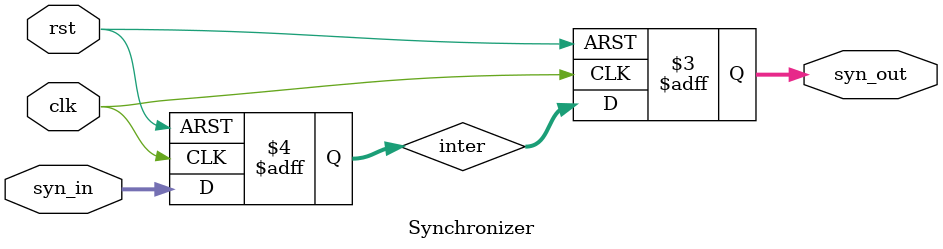
<source format=v>
module Synchronizer
#(parameter Width = 5)
 (
    input wire [Width:0] syn_in, 
    input wire clk, rst,
    output reg [Width:0] syn_out
);
reg [Width:0] inter; //intermidiate signal between the 2 FF
    always @(posedge clk or negedge rst) begin
        if(!rst)
        begin
            syn_out<='b0;
            inter <= 'b0;
        end
        else
        begin
            inter <= syn_in;
            syn_out <= inter;
        end
    end
endmodule
</source>
